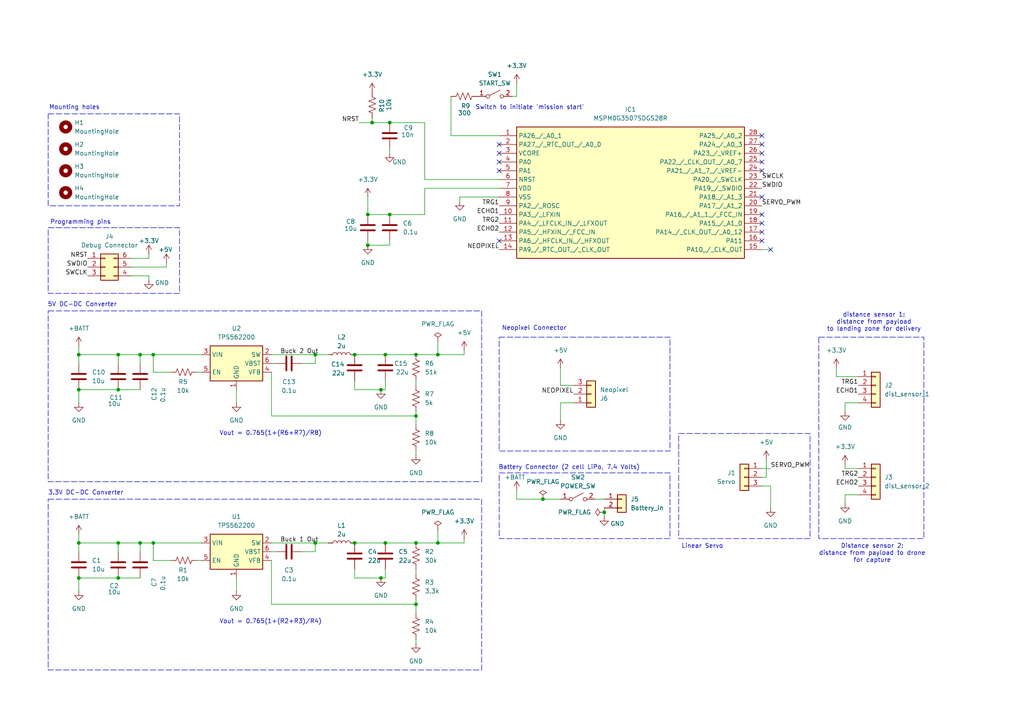
<source format=kicad_sch>
(kicad_sch (version 20231120) (generator "eeschema") (generator_version "8.0")
  (paper "A4")
  (lib_symbols
    (symbol "Connector_Generic:Conn_01x02" (pin_names (offset 1.016) hide)
      (property "Reference" "J" (at 0 2.54 0))
      (property "Value" "Conn_01x02" (at 0 -5.08 0))
      (symbol "Conn_01x02_1_1"
        (rectangle (start -1.27 -2.413) (end 0 -2.667) (stroke (width 0.1524)))
        (rectangle (start -1.27 0.127) (end 0 -0.127) (stroke (width 0.1524)))
        (rectangle (start -1.27 1.27) (end 1.27 -3.81) (stroke (width 0.254)) (fill (type background)))
        (pin passive line (at -5.08 0 0) (length 3.81) (name "Pin_1") (number "1"))
        (pin passive line (at -5.08 -2.54 0) (length 3.81) (name "Pin_2") (number "2"))
      )
    )
    (symbol "Connector_Generic:Conn_01x03" (pin_names (offset 1.016) hide)
      (property "Reference" "J" (at 0 5.08 0))
      (property "Value" "Conn_01x03" (at 0 -5.08 0))
      (symbol "Conn_01x03_1_1"
        (rectangle (start -1.27 -2.413) (end 0 -2.667) (stroke (width 0.1524)))
        (rectangle (start -1.27 0.127) (end 0 -0.127) (stroke (width 0.1524)))
        (rectangle (start -1.27 2.667) (end 0 2.413) (stroke (width 0.1524)))
        (rectangle (start -1.27 3.81) (end 1.27 -3.81) (stroke (width 0.254)) (fill (type background)))
        (pin passive line (at -5.08 2.54 0) (length 3.81) (name "Pin_1") (number "1"))
        (pin passive line (at -5.08 0 0) (length 3.81) (name "Pin_2") (number "2"))
        (pin passive line (at -5.08 -2.54 0) (length 3.81) (name "Pin_3") (number "3"))
      )
    )
    (symbol "Connector_Generic:Conn_01x04" (pin_names (offset 1.016) hide)
      (property "Reference" "J" (at 0 5.08 0))
      (property "Value" "Conn_01x04" (at 0 -7.62 0))
      (symbol "Conn_01x04_1_1"
        (rectangle (start -1.27 -4.953) (end 0 -5.207) (stroke (width 0.1524)))
        (rectangle (start -1.27 -2.413) (end 0 -2.667) (stroke (width 0.1524)))
        (rectangle (start -1.27 0.127) (end 0 -0.127) (stroke (width 0.1524)))
        (rectangle (start -1.27 2.667) (end 0 2.413) (stroke (width 0.1524)))
        (rectangle (start -1.27 3.81) (end 1.27 -6.35) (stroke (width 0.254)) (fill (type background)))
        (pin passive line (at -5.08 2.54 0) (length 3.81) (name "Pin_1") (number "1"))
        (pin passive line (at -5.08 0 0) (length 3.81) (name "Pin_2") (number "2"))
        (pin passive line (at -5.08 -2.54 0) (length 3.81) (name "Pin_3") (number "3"))
        (pin passive line (at -5.08 -5.08 0) (length 3.81) (name "Pin_4") (number "4"))
      )
    )
    (symbol "Connector_Generic:Conn_02x03_Counter_Clockwise" (pin_names (offset 1.016) hide)
      (property "Reference" "J" (at 1.27 5.08 0))
      (property "Value" "Conn_02x03_Counter_Clockwise" (at 1.27 -5.08 0))
      (symbol "Conn_02x03_Counter_Clockwise_1_1"
        (rectangle (start -1.27 -2.413) (end 0 -2.667) (stroke (width 0.1524)))
        (rectangle (start -1.27 0.127) (end 0 -0.127) (stroke (width 0.1524)))
        (rectangle (start -1.27 2.667) (end 0 2.413) (stroke (width 0.1524)))
        (rectangle (start -1.27 3.81) (end 3.81 -3.81) (stroke (width 0.254)) (fill (type background)))
        (rectangle (start 3.81 -2.413) (end 2.54 -2.667) (stroke (width 0.1524)))
        (rectangle (start 3.81 0.127) (end 2.54 -0.127) (stroke (width 0.1524)))
        (rectangle (start 3.81 2.667) (end 2.54 2.413) (stroke (width 0.1524)))
        (pin passive line (at -5.08 2.54 0) (length 3.81) (name "Pin_1") (number "1"))
        (pin passive line (at -5.08 0 0) (length 3.81) (name "Pin_2") (number "2"))
        (pin passive line (at -5.08 -2.54 0) (length 3.81) (name "Pin_3") (number "3"))
        (pin passive line (at 7.62 -2.54 180) (length 3.81) (name "Pin_4") (number "4"))
        (pin passive line (at 7.62 0 180) (length 3.81) (name "Pin_5") (number "5"))
        (pin passive line (at 7.62 2.54 180) (length 3.81) (name "Pin_6") (number "6"))
      )
    )
    (symbol "Device:C" (pin_numbers hide) (pin_names (offset 0.254))
      (property "Reference" "C" (at 0.635 2.54 0))
      (property "Value" "C" (at 0.635 -2.54 0))
      (symbol "C_0_1"
        (polyline (pts (xy -2.032 -0.762) (xy 2.032 -0.762)) (stroke (width 0.508)))
        (polyline (pts (xy -2.032 0.762) (xy 2.032 0.762)) (stroke (width 0.508)))
      )
      (symbol "C_1_1"
        (pin passive line (at 0 3.81 270) (length 2.794) (name "~") (number "1"))
        (pin passive line (at 0 -3.81 90) (length 2.794) (name "~") (number "2"))
      )
    )
    (symbol "Device:L" (pin_numbers hide) (pin_names (offset 1.016) hide)
      (property "Reference" "L" (at -1.27 0 90))
      (property "Value" "L" (at 1.905 0 90))
      (symbol "L_0_1"
        (arc (start 0 -2.54) (mid 0.6323 -1.905) (end 0 -1.27))
        (arc (start 0 -1.27) (mid 0.6323 -0.635) (end 0 0))
        (arc (start 0 0) (mid 0.6323 0.635) (end 0 1.27))
        (arc (start 0 1.27) (mid 0.6323 1.905) (end 0 2.54))
      )
      (symbol "L_1_1"
        (pin passive line (at 0 3.81 270) (length 1.27) (name "1") (number "1"))
        (pin passive line (at 0 -3.81 90) (length 1.27) (name "2") (number "2"))
      )
    )
    (symbol "Device:R_US" (pin_numbers hide) (pin_names (offset 0))
      (property "Reference" "R" (at 2.54 0 90))
      (property "Value" "R_US" (at -2.54 0 90))
      (symbol "R_US_0_1"
        (polyline (pts (xy 0 -2.286) (xy 0 -2.54)))
        (polyline (pts (xy 0 2.286) (xy 0 2.54)))
        (polyline (pts (xy 0 -0.762) (xy 1.016 -1.143) (xy 0 -1.524) (xy -1.016 -1.905) (xy 0 -2.286)))
        (polyline (pts (xy 0 0.762) (xy 1.016 0.381) (xy 0 0) (xy -1.016 -0.381) (xy 0 -0.762)))
        (polyline (pts (xy 0 2.286) (xy 1.016 1.905) (xy 0 1.524) (xy -1.016 1.143) (xy 0 0.762)))
      )
      (symbol "R_US_1_1"
        (pin passive line (at 0 3.81 270) (length 1.27) (name "~") (number "1"))
        (pin passive line (at 0 -3.81 90) (length 1.27) (name "~") (number "2"))
      )
    )
    (symbol "ELEC327-Kicad:MSPM0G3507SDGS28R"
      (property "Reference" "IC" (at 72.39 7.62 0))
      (property "Value" "MSPM0G3507SDGS28R" (at 72.39 5.08 0))
      (symbol "MSPM0G3507SDGS28R_1_1"
        (rectangle (start 5.08 2.54) (end 71.12 -35.56) (stroke (width 0.254)) (fill (type background)))
        (pin passive line (at 0 0 0) (length 5.08) (name "PA26_/_A0_1") (number "1"))
        (pin passive line (at 0 -22.86 0) (length 5.08) (name "PA3_/_LFXIN") (number "10"))
        (pin passive line (at 0 -25.4 0) (length 5.08) (name "PA4_/_LFCLK_IN_/_LFXOUT") (number "11"))
        (pin passive line (at 0 -27.94 0) (length 5.08) (name "PA5_/_HFXIN_/_FCC_IN") (number "12"))
        (pin passive line (at 0 -30.48 0) (length 5.08) (name "PA6_/_HFCLK_IN_/_HFXOUT") (number "13"))
        (pin passive line (at 0 -33.02 0) (length 5.08) (name "PA9_/_RTC_OUT_/_CLK_OUT") (number "14"))
        (pin passive line (at 76.2 -33.02 180) (length 5.08) (name "PA10_/_CLK_OUT") (number "15"))
        (pin passive line (at 76.2 -30.48 180) (length 5.08) (name "PA11") (number "16"))
        (pin passive line (at 76.2 -27.94 180) (length 5.08) (name "PA14_/_CLK_OUT_/_A0_12") (number "17"))
        (pin passive line (at 76.2 -25.4 180) (length 5.08) (name "PA15_/_A1_0") (number "18"))
        (pin passive line (at 76.2 -22.86 180) (length 5.08) (name "PA16_/_A1_1_/_FCC_IN") (number "19"))
        (pin passive line (at 0 -2.54 0) (length 5.08) (name "PA27_/_RTC_OUT_/_A0_0") (number "2"))
        (pin passive line (at 76.2 -20.32 180) (length 5.08) (name "PA17_/_A1_2") (number "20"))
        (pin passive line (at 76.2 -17.78 180) (length 5.08) (name "PA18_/_A1_3") (number "21"))
        (pin passive line (at 76.2 -15.24 180) (length 5.08) (name "PA19_/_SWDIO") (number "22"))
        (pin passive line (at 76.2 -12.7 180) (length 5.08) (name "PA20_/_SWCLK") (number "23"))
        (pin passive line (at 76.2 -10.16 180) (length 5.08) (name "PA21_/_A1_7_/_VREF-") (number "24"))
        (pin passive line (at 76.2 -7.62 180) (length 5.08) (name "PA22_/_CLK_OUT_/_A0_7") (number "25"))
        (pin passive line (at 76.2 -5.08 180) (length 5.08) (name "PA23_/_VREF+") (number "26"))
        (pin passive line (at 76.2 -2.54 180) (length 5.08) (name "PA24_/_A0_3") (number "27"))
        (pin passive line (at 76.2 0 180) (length 5.08) (name "PA25_/_A0_2") (number "28"))
        (pin passive line (at 0 -5.08 0) (length 5.08) (name "VCORE") (number "3"))
        (pin passive line (at 0 -7.62 0) (length 5.08) (name "PA0") (number "4"))
        (pin passive line (at 0 -10.16 0) (length 5.08) (name "PA1") (number "5"))
        (pin passive line (at 0 -12.7 0) (length 5.08) (name "NRST") (number "6"))
        (pin passive line (at 0 -15.24 0) (length 5.08) (name "VDD") (number "7"))
        (pin passive line (at 0 -17.78 0) (length 5.08) (name "VSS") (number "8"))
        (pin passive line (at 0 -20.32 0) (length 5.08) (name "PA2_/_ROSC") (number "9"))
      )
    )
    (symbol "Mechanical:MountingHole" (pin_names (offset 1.016)) (exclude_from_sim yes) (in_bom no)
      (property "Reference" "H" (at 0 5.08 0))
      (property "Value" "MountingHole" (at 0 3.175 0))
      (symbol "MountingHole_0_1"
        (circle (center 0 0) (radius 1.27) (stroke (width 1.27)))
      )
    )
    (symbol "Regulator_Switching:TPS562200"
      (property "Reference" "U" (at -7.62 6.35 0))
      (property "Value" "TPS562200" (at -2.54 6.35 0))
      (symbol "TPS562200_0_1"
        (rectangle (start -7.62 5.08) (end 7.62 -5.08) (stroke (width 0.254)) (fill (type background)))
      )
      (symbol "TPS562200_1_1"
        (pin power_in line (at 0 -7.62 90) (length 2.54) (name "GND") (number "1"))
        (pin output line (at 10.16 2.54 180) (length 2.54) (name "SW") (number "2"))
        (pin power_in line (at -10.16 2.54 0) (length 2.54) (name "VIN") (number "3"))
        (pin input line (at 10.16 -2.54 180) (length 2.54) (name "VFB") (number "4"))
        (pin input line (at -10.16 -2.54 0) (length 2.54) (name "EN") (number "5"))
        (pin passive line (at 10.16 0 180) (length 2.54) (name "VBST") (number "6"))
      )
    )
    (symbol "Switch:SW_SPST" (pin_names (offset 0) hide)
      (property "Reference" "SW" (at 0 3.175 0))
      (property "Value" "SW_SPST" (at 0 -2.54 0))
      (symbol "SW_SPST_0_0"
        (circle (center -2.032 0) (radius 0.508))
        (polyline (pts (xy -1.524 0.254) (xy 1.524 1.778)))
        (circle (center 2.032 0) (radius 0.508))
      )
      (symbol "SW_SPST_1_1"
        (pin passive line (at -5.08 0 0) (length 2.54) (name "A") (number "1"))
        (pin passive line (at 5.08 0 180) (length 2.54) (name "B") (number "2"))
      )
    )
    (symbol "power:+3.3V" (power) (pin_numbers hide) (pin_names (offset 0) hide)
      (property "Value" "+3.3V" (at 0 3.556 0))
      (symbol "+3.3V_0_1"
        (polyline (pts (xy -0.762 1.27) (xy 0 2.54)))
        (polyline (pts (xy 0 0) (xy 0 2.54)))
        (polyline (pts (xy 0 2.54) (xy 0.762 1.27)))
      )
      (symbol "+3.3V_1_1"
        (pin power_in line (at 0 0 90) (length 0) (name "~") (number "1"))
      )
    )
    (symbol "power:+5V" (power) (pin_numbers hide) (pin_names (offset 0) hide)
      (property "Value" "+5V" (at 0 3.556 0))
      (symbol "+5V_0_1"
        (polyline (pts (xy -0.762 1.27) (xy 0 2.54)))
        (polyline (pts (xy 0 0) (xy 0 2.54)))
        (polyline (pts (xy 0 2.54) (xy 0.762 1.27)))
      )
      (symbol "+5V_1_1"
        (pin power_in line (at 0 0 90) (length 0) (name "~") (number "1"))
      )
    )
    (symbol "power:+BATT" (power) (pin_numbers hide) (pin_names (offset 0) hide)
      (property "Value" "+BATT" (at 0 3.556 0))
      (symbol "+BATT_0_1"
        (polyline (pts (xy -0.762 1.27) (xy 0 2.54)))
        (polyline (pts (xy 0 0) (xy 0 2.54)))
        (polyline (pts (xy 0 2.54) (xy 0.762 1.27)))
      )
      (symbol "+BATT_1_1"
        (pin power_in line (at 0 0 90) (length 0) (name "~") (number "1"))
      )
    )
    (symbol "power:GND" (power) (pin_numbers hide) (pin_names (offset 0) hide)
      (property "Value" "GND" (at 0 -3.81 0))
      (symbol "GND_0_1"
        (polyline (pts (xy 0 0) (xy 0 -1.27) (xy 1.27 -1.27) (xy 0 -2.54) (xy -1.27 -1.27) (xy 0 -1.27)))
      )
      (symbol "GND_1_1"
        (pin power_in line (at 0 0 270) (length 0) (name "~") (number "1"))
      )
    )
    (symbol "power:PWR_FLAG" (power) (pin_numbers hide) (pin_names (offset 0) hide)
      (property "Value" "PWR_FLAG" (at 0 3.81 0))
      (symbol "PWR_FLAG_0_0"
        (pin power_out line (at 0 0 90) (length 0) (name "~") (number "1"))
      )
      (symbol "PWR_FLAG_0_1"
        (polyline (pts (xy 0 0) (xy 0 1.27) (xy -1.016 1.905) (xy 0 2.54) (xy 1.016 1.905) (xy 0 1.27)))
      )
    )
  )
  (junction (at 22.86 102.87))
  (junction (at 44.45 102.87))
  (junction (at 40.64 157.48))
  (junction (at 102.87 157.48))
  (junction (at 127 157.48))
  (junction (at 22.86 157.48))
  (junction (at 107.95 35.56))
  (junction (at 106.68 71.12))
  (junction (at 157.48 144.78))
  (junction (at 22.86 167.64))
  (junction (at 111.76 157.48))
  (junction (at 113.03 35.56))
  (junction (at 34.29 102.87))
  (junction (at 120.65 157.48))
  (junction (at 120.65 102.87))
  (junction (at 22.86 113.03))
  (junction (at 44.45 157.48))
  (junction (at 34.29 113.03))
  (junction (at 106.68 62.23))
  (junction (at 175.26 148.59))
  (junction (at 102.87 102.87))
  (junction (at 111.76 102.87))
  (junction (at 120.65 175.26))
  (junction (at 110.49 113.03))
  (junction (at 34.29 157.48))
  (junction (at 91.44 157.48))
  (junction (at 113.03 62.23))
  (junction (at 34.29 167.64))
  (junction (at 120.65 120.65))
  (junction (at 110.49 167.64))
  (junction (at 40.64 102.87))
  (junction (at 91.44 102.87))
  (junction (at 127 102.87))
  (no_connect (at 144.78 41.91))
  (no_connect (at 220.98 64.77))
  (no_connect (at 220.98 41.91))
  (no_connect (at 220.98 39.37))
  (no_connect (at 144.78 69.85))
  (no_connect (at 220.98 69.85))
  (no_connect (at 220.98 44.45))
  (no_connect (at 220.98 67.31))
  (no_connect (at 223.52 72.39))
  (no_connect (at 144.78 46.99))
  (no_connect (at 220.98 46.99))
  (no_connect (at 220.98 49.53))
  (no_connect (at 220.98 57.15))
  (no_connect (at 144.78 49.53))
  (no_connect (at 220.98 62.23))
  (no_connect (at 144.78 44.45))
  (wire (pts (xy 40.64 102.87) (xy 44.45 102.87)))
  (wire (pts (xy 127 99.06) (xy 127 102.87)))
  (wire (pts (xy 22.86 167.64) (xy 22.86 171.45)))
  (wire (pts (xy 162.56 106.68) (xy 162.56 111.76)))
  (wire (pts (xy 120.65 175.26) (xy 120.65 177.8)))
  (wire (pts (xy 157.48 144.78) (xy 162.56 144.78)))
  (wire (pts (xy 127 157.48) (xy 120.65 157.48)))
  (wire (pts (xy 172.72 144.78) (xy 175.26 144.78)))
  (wire (pts (xy 38.1 77.47) (xy 48.26 77.47)))
  (wire (pts (xy 22.86 100.33) (xy 22.86 102.87)))
  (wire (pts (xy 104.14 35.56) (xy 107.95 35.56)))
  (wire (pts (xy 34.29 102.87) (xy 40.64 102.87)))
  (wire (pts (xy 245.11 143.51) (xy 245.11 146.05)))
  (wire (pts (xy 133.35 57.15) (xy 133.35 58.42)))
  (wire (pts (xy 34.29 167.64) (xy 40.64 167.64)))
  (wire (pts (xy 107.95 35.56) (xy 113.03 35.56)))
  (wire (pts (xy 166.37 111.76) (xy 162.56 111.76)))
  (wire (pts (xy 111.76 102.87) (xy 120.65 102.87)))
  (wire (pts (xy 48.26 76.2) (xy 48.26 77.47)))
  (wire (pts (xy 43.18 73.66) (xy 43.18 74.93)))
  (wire (pts (xy 91.44 102.87) (xy 95.25 102.87)))
  (wire (pts (xy 34.29 105.41) (xy 34.29 102.87)))
  (wire (pts (xy 38.1 80.01) (xy 43.18 80.01)))
  (wire (pts (xy 223.52 140.97) (xy 223.52 147.32)))
  (wire (pts (xy 134.62 157.48) (xy 127 157.48)))
  (wire (pts (xy 245.11 116.84) (xy 245.11 119.38)))
  (wire (pts (xy 68.58 113.03) (xy 68.58 116.84)))
  (wire (pts (xy 57.15 107.95) (xy 58.42 107.95)))
  (wire (pts (xy 242.57 106.68) (xy 242.57 109.22)))
  (wire (pts (xy 22.86 157.48) (xy 22.86 160.02)))
  (wire (pts (xy 87.63 160.02) (xy 91.44 160.02)))
  (wire (pts (xy 91.44 157.48) (xy 95.25 157.48)))
  (wire (pts (xy 149.86 142.24) (xy 149.86 144.78)))
  (wire (pts (xy 102.87 157.48) (xy 111.76 157.48)))
  (wire (pts (xy 120.65 185.42) (xy 120.65 186.69)))
  (wire (pts (xy 34.29 167.64) (xy 22.86 167.64)))
  (wire (pts (xy 149.86 27.94) (xy 148.59 27.94)))
  (wire (pts (xy 106.68 71.12) (xy 113.03 71.12)))
  (wire (pts (xy 242.57 109.22) (xy 248.92 109.22)))
  (wire (pts (xy 91.44 102.87) (xy 91.44 105.41)))
  (wire (pts (xy 248.92 143.51) (xy 245.11 143.51)))
  (wire (pts (xy 113.03 43.18) (xy 113.03 44.45)))
  (wire (pts (xy 34.29 157.48) (xy 40.64 157.48)))
  (wire (pts (xy 220.98 140.97) (xy 223.52 140.97)))
  (wire (pts (xy 245.11 134.62) (xy 245.11 135.89)))
  (wire (pts (xy 78.74 107.95) (xy 78.74 120.65)))
  (wire (pts (xy 127 153.67) (xy 127 157.48)))
  (wire (pts (xy 248.92 116.84) (xy 245.11 116.84)))
  (wire (pts (xy 102.87 110.49) (xy 102.87 113.03)))
  (wire (pts (xy 78.74 162.56) (xy 78.74 175.26)))
  (wire (pts (xy 40.64 157.48) (xy 40.64 160.02)))
  (wire (pts (xy 175.26 147.32) (xy 175.26 148.59)))
  (wire (pts (xy 57.15 162.56) (xy 58.42 162.56)))
  (wire (pts (xy 149.86 24.13) (xy 149.86 27.94)))
  (wire (pts (xy 78.74 102.87) (xy 91.44 102.87)))
  (wire (pts (xy 102.87 113.03) (xy 110.49 113.03)))
  (wire (pts (xy 44.45 102.87) (xy 58.42 102.87)))
  (wire (pts (xy 134.62 156.21) (xy 134.62 157.48)))
  (wire (pts (xy 34.29 113.03) (xy 22.86 113.03)))
  (wire (pts (xy 111.76 157.48) (xy 120.65 157.48)))
  (wire (pts (xy 38.1 74.93) (xy 43.18 74.93)))
  (wire (pts (xy 40.64 157.48) (xy 44.45 157.48)))
  (wire (pts (xy 120.65 110.49) (xy 120.65 111.76)))
  (wire (pts (xy 102.87 167.64) (xy 110.49 167.64)))
  (wire (pts (xy 144.78 39.37) (xy 130.81 39.37)))
  (wire (pts (xy 111.76 167.64) (xy 110.49 167.64)))
  (wire (pts (xy 106.68 62.23) (xy 113.03 62.23)))
  (wire (pts (xy 102.87 165.1) (xy 102.87 167.64)))
  (wire (pts (xy 34.29 160.02) (xy 34.29 157.48)))
  (wire (pts (xy 130.81 39.37) (xy 130.81 27.94)))
  (wire (pts (xy 34.29 113.03) (xy 40.64 113.03)))
  (wire (pts (xy 245.11 135.89) (xy 248.92 135.89)))
  (wire (pts (xy 222.25 133.35) (xy 222.25 138.43)))
  (wire (pts (xy 22.86 102.87) (xy 22.86 105.41)))
  (wire (pts (xy 123.19 62.23) (xy 123.19 54.61)))
  (wire (pts (xy 78.74 175.26) (xy 120.65 175.26)))
  (wire (pts (xy 223.52 72.39) (xy 220.98 72.39)))
  (wire (pts (xy 134.62 102.87) (xy 127 102.87)))
  (wire (pts (xy 120.65 120.65) (xy 120.65 123.19)))
  (wire (pts (xy 220.98 135.89) (xy 223.52 135.89)))
  (wire (pts (xy 113.03 35.56) (xy 123.19 35.56)))
  (wire (pts (xy 78.74 160.02) (xy 80.01 160.02)))
  (wire (pts (xy 22.86 157.48) (xy 34.29 157.48)))
  (wire (pts (xy 22.86 113.03) (xy 22.86 116.84)))
  (wire (pts (xy 106.68 57.15) (xy 106.68 62.23)))
  (wire (pts (xy 22.86 102.87) (xy 34.29 102.87)))
  (wire (pts (xy 44.45 157.48) (xy 44.45 162.56)))
  (wire (pts (xy 102.87 102.87) (xy 111.76 102.87)))
  (wire (pts (xy 43.18 80.01) (xy 43.18 81.28)))
  (wire (pts (xy 120.65 173.99) (xy 120.65 175.26)))
  (wire (pts (xy 166.37 116.84) (xy 162.56 116.84)))
  (wire (pts (xy 22.86 154.94) (xy 22.86 157.48)))
  (wire (pts (xy 149.86 144.78) (xy 157.48 144.78)))
  (wire (pts (xy 87.63 105.41) (xy 91.44 105.41)))
  (wire (pts (xy 111.76 110.49) (xy 111.76 113.03)))
  (wire (pts (xy 162.56 116.84) (xy 162.56 121.92)))
  (wire (pts (xy 120.65 130.81) (xy 120.65 132.08)))
  (wire (pts (xy 78.74 105.41) (xy 80.01 105.41)))
  (wire (pts (xy 123.19 35.56) (xy 123.19 52.07)))
  (wire (pts (xy 113.03 62.23) (xy 123.19 62.23)))
  (wire (pts (xy 111.76 165.1) (xy 111.76 167.64)))
  (wire (pts (xy 123.19 54.61) (xy 144.78 54.61)))
  (wire (pts (xy 111.76 113.03) (xy 110.49 113.03)))
  (wire (pts (xy 40.64 102.87) (xy 40.64 105.41)))
  (wire (pts (xy 127 102.87) (xy 120.65 102.87)))
  (wire (pts (xy 144.78 57.15) (xy 133.35 57.15)))
  (wire (pts (xy 175.26 148.59) (xy 175.26 149.86)))
  (wire (pts (xy 120.65 165.1) (xy 120.65 166.37)))
  (wire (pts (xy 123.19 52.07) (xy 144.78 52.07)))
  (wire (pts (xy 44.45 157.48) (xy 58.42 157.48)))
  (wire (pts (xy 106.68 69.85) (xy 106.68 71.12)))
  (wire (pts (xy 49.53 162.56) (xy 44.45 162.56)))
  (wire (pts (xy 78.74 120.65) (xy 120.65 120.65)))
  (wire (pts (xy 120.65 119.38) (xy 120.65 120.65)))
  (wire (pts (xy 107.95 34.29) (xy 107.95 35.56)))
  (wire (pts (xy 91.44 157.48) (xy 91.44 160.02)))
  (wire (pts (xy 49.53 107.95) (xy 44.45 107.95)))
  (wire (pts (xy 68.58 167.64) (xy 68.58 171.45)))
  (wire (pts (xy 113.03 69.85) (xy 113.03 71.12)))
  (wire (pts (xy 134.62 101.6) (xy 134.62 102.87)))
  (wire (pts (xy 78.74 157.48) (xy 91.44 157.48)))
  (wire (pts (xy 44.45 102.87) (xy 44.45 107.95)))
  (wire (pts (xy 222.25 138.43) (xy 220.98 138.43)))
  (rectangle (start 13.97 33.02) (end 52.07 59.69) (stroke (width 0) (type dash)))
  (rectangle (start 13.97 66.04) (end 52.07 85.09) (stroke (width 0) (type dash)))
  (rectangle (start 13.97 90.17) (end 139.7 139.7) (stroke (width 0) (type dash)))
  (rectangle (start 237.49 97.79) (end 267.97 156.21) (stroke (width 0) (type dash)))
  (rectangle (start 196.85 125.73) (end 234.95 156.21) (stroke (width 0) (type dash)))
  (rectangle (start 144.78 137.16) (end 194.31 156.21) (stroke (width 0) (type dash)))
  (rectangle (start 144.78 97.79) (end 194.31 130.81) (stroke (width 0) (type dash)))
  (rectangle (start 13.97 144.78) (end 139.7 194.31) (stroke (width 0) (type dash)))
  (text "Vout = 0.765(1+(R2+R3)/R4)" (at 78.486 180.34 0) (effects (font (size 1.27 1.27))))
  (text "Linear Servo\n" (at 203.708 158.496 0) (effects (font (size 1.27 1.27))))
  (text "distance sensor 1:\ndistance from payload\nto landing zone for delivery\n" (at 253.492 93.472 0) (effects (font (size 1.27 1.27))))
  (text "Mounting holes" (at 21.59 31.242 0) (effects (font (size 1.27 1.27))))
  (text "Battery Connector (2 cell LiPo, 7.4 Volts)\n" (at 165.1 135.636 0) (effects (font (size 1.27 1.27))))
  (text "Neopixel Connector" (at 154.94 95.25 0) (effects (font (size 1.27 1.27))))
  (text "Switch to initiate 'mission start'\n" (at 153.67 31.242 0) (effects (font (size 1.27 1.27))))
  (text "Vout = 0.765(1+(R6+R7)/R8)" (at 78.486 125.73 0) (effects (font (size 1.27 1.27))))
  (text "Distance sensor 2:\ndistance from payload to drone\nfor capture\n" (at 252.984 160.528 0) (effects (font (size 1.27 1.27))))
  (text "5V DC-DC Converter\n" (at 23.876 88.392 0) (effects (font (size 1.27 1.27))))
  (text "Programming pins\n\n" (at 23.368 65.532 0) (effects (font (size 1.27 1.27))))
  (text "3.3V DC-DC Converter\n" (at 24.892 143.002 0) (effects (font (size 1.27 1.27))))
  (label "NRST" (at 104.14 35.56 180))
  (label "TRG2" (at 248.92 138.43 180))
  (label "NEOPIXEL" (at 166.37 114.3 180))
  (label "SWDIO" (at 220.98 54.61 0))
  (label "TRG1" (at 144.78 59.69 180))
  (label "SWCLK" (at 220.98 52.07 0))
  (label "SWCLK" (at 25.4 80.01 180))
  (label "TRG1" (at 248.92 111.76 180))
  (label "NRST" (at 25.4 74.93 180))
  (label "ECHO2" (at 144.78 67.31 180))
  (label "SWDIO" (at 25.4 77.47 180))
  (label "TRG2" (at 144.78 64.77 180))
  (label "ECHO2" (at 248.92 140.97 180))
  (label "NEOPIXEL" (at 144.78 72.39 180))
  (label "Buck 1 Out" (at 81.28 157.48 0))
  (label "SERVO_PWM" (at 223.52 135.89 0))
  (label "ECHO1" (at 144.78 62.23 180))
  (label "Buck 2 Out" (at 81.28 102.87 0))
  (label "ECHO1" (at 248.92 114.3 180))
  (label "SERVO_PWM" (at 220.98 59.69 0))
  (symbol (lib_id "Device:C") (at 22.86 109.22 0) (unit 1)
    (property "Reference" "C10" (at 26.67 107.9499 0) (effects (justify left)))
    (property "Value" "10u" (at 26.67 110.4899 0) (effects (justify left)))
    (property "Footprint" "Capacitor_SMD:C_0805_2012Metric" (effects (hide yes)))
    (property "Description" "Unpolarized capacitor" (effects (hide yes)))
    (property "LCSC" "C1691" (effects (hide yes)))
  )
  (symbol (lib_id "power:+5V") (at 162.56 106.68 0) (unit 1)
    (property "Reference" "#PWR030" (effects (hide yes)))
    (property "Value" "+5V" (at 162.56 101.6 0))
    (property "Description" "Power symbol creates a global label with name \"+5V\"" (effects (hide yes)))
  )
  (symbol (lib_id "Device:C") (at 113.03 66.04 0) (unit 1)
    (property "Reference" "C6" (at 116.84 64.7699 0) (effects (justify left)))
    (property "Value" "0.1u" (at 116.84 67.3099 0) (effects (justify left)))
    (property "Footprint" "Capacitor_SMD:C_0805_2012Metric" (effects (hide yes)))
    (property "Description" "Unpolarized capacitor" (effects (hide yes)))
    (property "LCSC" "C1525" (effects (hide yes)))
  )
  (symbol (lib_id "Device:C") (at 113.03 39.37 0) (unit 1)
    (property "Reference" "C9" (at 117.094 37.084 0) (effects (justify left)))
    (property "Value" "10n" (at 116.332 39.116 0) (effects (justify left)))
    (property "Footprint" "Capacitor_SMD:C_0805_2012Metric" (effects (hide yes)))
    (property "Description" "Unpolarized capacitor" (effects (hide yes)))
    (property "LCSC" "C1525" (effects (hide yes)))
  )
  (symbol (lib_id "power:GND") (at 175.26 149.86 0) (mirror y) (unit 1)
    (property "Reference" "#PWR022" (effects (hide yes)))
    (property "Value" "GND" (at 179.07 151.892 0))
    (property "Description" "Power symbol creates a global label with name \"GND\" , ground" (effects (hide yes)))
  )
  (symbol (lib_id "power:GND") (at 162.56 121.92 0) (unit 1)
    (property "Reference" "#PWR031" (effects (hide yes)))
    (property "Value" "GND" (at 162.56 127 0))
    (property "Description" "Power symbol creates a global label with name \"GND\" , ground" (effects (hide yes)))
  )
  (symbol (lib_id "Device:C") (at 83.82 160.02 90) (unit 1)
    (property "Reference" "C3" (at 83.82 165.354 90))
    (property "Value" "0.1u" (at 83.82 167.894 90))
    (property "Footprint" "Capacitor_SMD:C_0805_2012Metric" (effects (hide yes)))
    (property "Description" "Unpolarized capacitor" (effects (hide yes)))
    (property "LCSC" "C1525" (effects (hide yes)))
  )
  (symbol (lib_id "Device:R_US") (at 120.65 170.18 0) (unit 1)
    (property "Reference" "R3" (at 123.19 168.9099 0) (effects (justify left)))
    (property "Value" "3.3k" (at 123.19 171.4499 0) (effects (justify left)))
    (property "Footprint" "Resistor_SMD:R_0805_2012Metric" (effects (hide yes)))
    (property "Description" "Resistor, US symbol" (effects (hide yes)))
  )
  (symbol (lib_id "ELEC327-Kicad:MSPM0G3507SDGS28R") (at 144.78 39.37 0) (unit 1)
    (property "Reference" "IC1" (at 182.88 31.75 0))
    (property "Value" "MSPM0G3507SDGS28R" (at 182.88 34.29 0))
    (property "Footprint" "ELEC327-Library:VSSOP28_DGS_TEX" (effects (hide yes)))
    (property "Description" "ARM Microcontrollers - MCU 80MHz Arm M0+ MCU, 128KB Flash, 32KB SRAM, 2 12bit 4Msps ADC, DAC, 3 COMP, 3 op-amp, CAN-FD, MATHACL" (effects (hide yes)))
    (property "Height" "1.1" (effects (hide yes)))
    (property "Mouser Part Number" "595-MSPM0G3107SDG28R" (effects (hide yes)))
    (property "Mouser Price/Stock" "https://www.mouser.co.uk/ProductDetail/Texas-Instruments/MSPM0G3107SDGS28R?qs=IKkN%2F947nfBrWw9Syp8p1g%3D%3D" (effects (hide yes)))
    (property "Manufacturer_Name" "Texas Instruments" (effects (hide yes)))
    (property "Manufacturer_Part_Number" "MSPM0G3107SDGS28R" (effects (hide yes)))
  )
  (symbol (lib_id "Device:R_US") (at 53.34 162.56 90) (unit 1)
    (property "Reference" "R1" (at 53.086 165.354 90))
    (property "Value" "10k" (at 53.086 167.894 90))
    (property "Footprint" "Resistor_SMD:R_0805_2012Metric" (effects (hide yes)))
    (property "Description" "Resistor, US symbol" (effects (hide yes)))
  )
  (symbol (lib_id "Regulator_Switching:TPS562200") (at 68.58 160.02 0) (unit 1)
    (property "Reference" "U1" (at 68.58 149.86 0))
    (property "Value" "TPS562200" (at 68.58 152.4 0))
    (property "Footprint" "Package_TO_SOT_SMD:SOT-23-6" (effects (hide yes)))
    (property "Datasheet" "http://www.ti.com/lit/ds/symlink/tps563200.pdf" (effects (hide yes)))
    (property "Description" "2A Synchronous Step-Down Voltage Regulator, Adjustable Output Voltage, 4.5-17V Input Voltage, SOT-23-6" (effects (hide yes)))
  )
  (symbol (lib_id "power:GND") (at 43.18 81.28 0) (unit 1)
    (property "Reference" "#PWR029" (effects (hide yes)))
    (property "Value" "GND" (at 46.99 82.042 0))
    (property "Description" "Power symbol creates a global label with name \"GND\" , ground" (effects (hide yes)))
  )
  (symbol (lib_id "Regulator_Switching:TPS562200") (at 68.58 105.41 0) (unit 1)
    (property "Reference" "U2" (at 68.58 95.25 0))
    (property "Value" "TPS562200" (at 68.58 97.79 0))
    (property "Footprint" "Package_TO_SOT_SMD:SOT-23-6" (effects (hide yes)))
    (property "Datasheet" "http://www.ti.com/lit/ds/symlink/tps563200.pdf" (effects (hide yes)))
    (property "Description" "2A Synchronous Step-Down Voltage Regulator, Adjustable Output Voltage, 4.5-17V Input Voltage, SOT-23-6" (effects (hide yes)))
  )
  (symbol (lib_id "Connector_Generic:Conn_01x03") (at 171.45 114.3 0) (mirror x) (unit 1)
    (property "Reference" "J6" (at 173.99 115.5701 0) (effects (justify left)))
    (property "Value" "Neopixel" (at 173.99 113.0301 0) (effects (justify left)))
    (property "Footprint" "Connector_PinHeader_2.54mm:PinHeader_1x03_P2.54mm_Vertical" (effects (hide yes)))
    (property "Description" "Generic connector, single row, 01x03, script generated (kicad-library-utils/schlib/autogen/connector/)" (effects (hide yes)))
  )
  (symbol (lib_id "Connector_Generic:Conn_01x04") (at 254 111.76 0) (unit 1)
    (property "Reference" "J2" (at 256.54 111.7599 0) (effects (justify left)))
    (property "Value" "dist_sensor_1" (at 256.54 114.2999 0) (effects (justify left)))
    (property "Footprint" "Connector_PinHeader_2.54mm:PinHeader_1x04_P2.54mm_Vertical" (effects (hide yes)))
    (property "Description" "Generic connector, single row, 01x04, script generated (kicad-library-utils/schlib/autogen/connector/)" (effects (hide yes)))
  )
  (symbol (lib_id "Switch:SW_SPST") (at 143.51 27.94 0) (unit 1)
    (property "Reference" "SW1" (at 143.51 21.59 0))
    (property "Value" "START_SW" (at 143.51 24.13 0))
    (property "Footprint" "Connector_PinHeader_2.54mm:PinHeader_1x02_P2.54mm_Vertical" (effects (hide yes)))
    (property "Description" "Single Pole Single Throw (SPST) switch" (effects (hide yes)))
  )
  (symbol (lib_id "Device:R_US") (at 120.65 115.57 0) (unit 1)
    (property "Reference" "R7" (at 123.19 114.2999 0) (effects (justify left)))
    (property "Value" "5k" (at 123.19 116.8399 0) (effects (justify left)))
    (property "Footprint" "Resistor_SMD:R_0805_2012Metric" (effects (hide yes)))
    (property "Description" "Resistor, US symbol" (effects (hide yes)))
  )
  (symbol (lib_id "power:PWR_FLAG") (at 127 153.67 0) (unit 1)
    (property "Reference" "#FLG01" (effects (hide yes)))
    (property "Value" "PWR_FLAG" (at 127 148.59 0))
    (property "Description" "Special symbol for telling ERC where power comes from" (effects (hide yes)))
  )
  (symbol (lib_id "Device:C") (at 40.64 163.83 180) (unit 1)
    (property "Reference" "C7" (at 44.704 168.91 90))
    (property "Value" "0.1u" (at 47.244 169.164 90))
    (property "Footprint" "Capacitor_SMD:C_0805_2012Metric" (effects (hide yes)))
    (property "Description" "Unpolarized capacitor" (effects (hide yes)))
    (property "LCSC" "C1525" (effects (hide yes)))
  )
  (symbol (lib_id "power:+3.3V") (at 43.18 73.66 0) (unit 1)
    (property "Reference" "#PWR027" (effects (hide yes)))
    (property "Value" "+3.3V" (at 43.18 69.85 0))
    (property "Description" "Power symbol creates a global label with name \"+3.3V\"" (effects (hide yes)))
  )
  (symbol (lib_id "Connector_Generic:Conn_01x03") (at 215.9 138.43 0) (mirror y) (unit 1)
    (property "Reference" "J1" (at 213.36 137.1599 0) (effects (justify left)))
    (property "Value" "Servo" (at 213.36 139.6999 0) (effects (justify left)))
    (property "Footprint" "Connector_PinHeader_2.54mm:PinHeader_1x03_P2.54mm_Vertical" (effects (hide yes)))
    (property "Description" "Generic connector, single row, 01x03, script generated (kicad-library-utils/schlib/autogen/connector/)" (effects (hide yes)))
  )
  (symbol (lib_id "Connector_Generic:Conn_01x04") (at 254 138.43 0) (unit 1)
    (property "Reference" "J3" (at 256.54 138.4299 0) (effects (justify left)))
    (property "Value" "dist_sensor_2" (at 256.54 140.9699 0) (effects (justify left)))
    (property "Footprint" "Connector_PinHeader_2.54mm:PinHeader_1x04_P2.54mm_Vertical" (effects (hide yes)))
    (property "Description" "Generic connector, single row, 01x04, script generated (kicad-library-utils/schlib/autogen/connector/)" (effects (hide yes)))
  )
  (symbol (lib_id "power:GND") (at 113.03 44.45 0) (unit 1)
    (property "Reference" "#PWR024" (effects (hide yes)))
    (property "Value" "GND" (at 115.824 46.99 0))
    (property "Description" "Power symbol creates a global label with name \"GND\" , ground" (effects (hide yes)))
  )
  (symbol (lib_id "power:GND") (at 68.58 116.84 0) (unit 1)
    (property "Reference" "#PWR018" (effects (hide yes)))
    (property "Value" "GND" (at 68.58 121.92 0))
    (property "Description" "Power symbol creates a global label with name \"GND\" , ground" (effects (hide yes)))
  )
  (symbol (lib_id "power:GND") (at 110.49 113.03 0) (unit 1)
    (property "Reference" "#PWR019" (effects (hide yes)))
    (property "Value" "GND" (at 110.49 118.11 0))
    (property "Description" "Power symbol creates a global label with name \"GND\" , ground" (effects (hide yes)))
  )
  (symbol (lib_id "power:+3.3V") (at 106.68 57.15 0) (unit 1)
    (property "Reference" "#PWR08" (effects (hide yes)))
    (property "Value" "+3.3V" (at 106.68 52.07 0))
    (property "Description" "Power symbol creates a global label with name \"+3.3V\"" (effects (hide yes)))
  )
  (symbol (lib_id "power:GND") (at 245.11 119.38 0) (unit 1)
    (property "Reference" "#PWR017" (effects (hide yes)))
    (property "Value" "GND" (at 245.11 123.952 0))
    (property "Description" "Power symbol creates a global label with name \"GND\" , ground" (effects (hide yes)))
  )
  (symbol (lib_id "power:GND") (at 22.86 116.84 0) (unit 1)
    (property "Reference" "#PWR013" (effects (hide yes)))
    (property "Value" "GND" (at 22.86 121.92 0))
    (property "Description" "Power symbol creates a global label with name \"GND\" , ground" (effects (hide yes)))
  )
  (symbol (lib_id "power:+5V") (at 134.62 101.6 0) (unit 1)
    (property "Reference" "#PWR026" (effects (hide yes)))
    (property "Value" "+5V" (at 134.62 96.52 0))
    (property "Description" "Power symbol creates a global label with name \"+5V\"" (effects (hide yes)))
  )
  (symbol (lib_id "Device:C") (at 83.82 105.41 90) (unit 1)
    (property "Reference" "C13" (at 83.82 110.744 90))
    (property "Value" "0.1u" (at 83.82 113.284 90))
    (property "Footprint" "Capacitor_SMD:C_0805_2012Metric" (effects (hide yes)))
    (property "Description" "Unpolarized capacitor" (effects (hide yes)))
    (property "LCSC" "C1525" (effects (hide yes)))
  )
  (symbol (lib_id "power:+3.3V") (at 245.11 134.62 0) (unit 1)
    (property "Reference" "#PWR015" (effects (hide yes)))
    (property "Value" "+3.3V" (at 245.11 129.54 0))
    (property "Description" "Power symbol creates a global label with name \"+3.3V\"" (effects (hide yes)))
  )
  (symbol (lib_id "Device:C") (at 34.29 109.22 0) (unit 1)
    (property "Reference" "C11" (at 31.75 115.316 0) (effects (justify left)))
    (property "Value" "10u" (at 31.242 117.094 0) (effects (justify left)))
    (property "Footprint" "Capacitor_SMD:C_0805_2012Metric" (effects (hide yes)))
    (property "Description" "Unpolarized capacitor" (effects (hide yes)))
    (property "LCSC" "C1691" (effects (hide yes)))
  )
  (symbol (lib_id "Mechanical:MountingHole") (at 19.05 55.88 0) (unit 1) (exclude_from_sim yes) (in_bom no)
    (property "Reference" "H4" (at 21.59 54.6099 0) (effects (justify left)))
    (property "Value" "MountingHole" (at 21.59 57.1499 0) (effects (justify left)))
    (property "Footprint" "MountingHole:MountingHole_2.2mm_M2" (effects (hide yes)))
    (property "Description" "Mounting Hole without connection" (effects (hide yes)))
  )
  (symbol (lib_id "Device:R_US") (at 120.65 161.29 0) (unit 1)
    (property "Reference" "R2" (at 123.19 160.0199 0) (effects (justify left)))
    (property "Value" "30k" (at 123.19 162.5599 0) (effects (justify left)))
    (property "Footprint" "Resistor_SMD:R_0805_2012Metric" (effects (hide yes)))
    (property "Description" "Resistor, US symbol" (effects (hide yes)))
  )
  (symbol (lib_id "Device:C") (at 111.76 161.29 180) (unit 1)
    (property "Reference" "C5" (at 115.57 160.0199 0) (effects (justify right)))
    (property "Value" "22u" (at 115.57 162.5599 0) (effects (justify right)))
    (property "Footprint" "Capacitor_SMD:C_0805_2012Metric" (effects (hide yes)))
    (property "Description" "Unpolarized capacitor" (effects (hide yes)))
    (property "LCSC" "C12891" (effects (hide yes)))
  )
  (symbol (lib_id "power:+5V") (at 48.26 76.2 0) (unit 1)
    (property "Reference" "#PWR028" (effects (hide yes)))
    (property "Value" "+5V" (at 48.006 72.39 0))
    (property "Description" "Power symbol creates a global label with name \"+5V\"" (effects (hide yes)))
  )
  (symbol (lib_id "power:+BATT") (at 22.86 154.94 0) (unit 1)
    (property "Reference" "#PWR03" (effects (hide yes)))
    (property "Value" "+BATT" (at 22.86 149.86 0))
    (property "Description" "Power symbol creates a global label with name \"+BATT\"" (effects (hide yes)))
  )
  (symbol (lib_id "Mechanical:MountingHole") (at 19.05 43.18 0) (unit 1) (exclude_from_sim yes) (in_bom no)
    (property "Reference" "H2" (at 21.59 41.9099 0) (effects (justify left)))
    (property "Value" "MountingHole" (at 21.59 44.4499 0) (effects (justify left)))
    (property "Footprint" "MountingHole:MountingHole_2.2mm_M2" (effects (hide yes)))
    (property "Description" "Mounting Hole without connection" (effects (hide yes)))
  )
  (symbol (lib_id "power:GND") (at 120.65 132.08 0) (unit 1)
    (property "Reference" "#PWR025" (effects (hide yes)))
    (property "Value" "GND" (at 120.65 137.16 0))
    (property "Description" "Power symbol creates a global label with name \"GND\" , ground" (effects (hide yes)))
  )
  (symbol (lib_id "Device:C") (at 106.68 66.04 0) (unit 1)
    (property "Reference" "C8" (at 100.33 64.262 0) (effects (justify left)))
    (property "Value" "10u" (at 99.822 66.294 0) (effects (justify left)))
    (property "Footprint" "Capacitor_SMD:C_0805_2012Metric" (effects (hide yes)))
    (property "Description" "Unpolarized capacitor" (effects (hide yes)))
    (property "LCSC" "C1525" (effects (hide yes)))
  )
  (symbol (lib_id "Device:R_US") (at 120.65 181.61 0) (unit 1)
    (property "Reference" "R4" (at 123.19 180.3399 0) (effects (justify left)))
    (property "Value" "10k" (at 123.19 182.8799 0) (effects (justify left)))
    (property "Footprint" "Resistor_SMD:R_0805_2012Metric" (effects (hide yes)))
    (property "Description" "Resistor, US symbol" (effects (hide yes)))
  )
  (symbol (lib_id "Device:R_US") (at 120.65 106.68 0) (unit 1)
    (property "Reference" "R6" (at 123.19 105.4099 0) (effects (justify left)))
    (property "Value" "51k" (at 123.19 107.9499 0) (effects (justify left)))
    (property "Footprint" "Resistor_SMD:R_0805_2012Metric" (effects (hide yes)))
    (property "Description" "Resistor, US symbol" (effects (hide yes)))
  )
  (symbol (lib_id "Connector_Generic:Conn_01x02") (at 180.34 144.78 0) (unit 1)
    (property "Reference" "J5" (at 182.88 144.7799 0) (effects (justify left)))
    (property "Value" "Battery_in" (at 182.88 147.3199 0) (effects (justify left)))
    (property "Footprint" "Connector_AMASS:AMASS_XT30U-M_1x02_P5.0mm_Vertical" (effects (hide yes)))
    (property "Description" "Generic connector, single row, 01x02, script generated (kicad-library-utils/schlib/autogen/connector/)" (effects (hide yes)))
  )
  (symbol (lib_id "Switch:SW_SPST") (at 167.64 144.78 0) (unit 1)
    (property "Reference" "SW2" (at 167.64 138.43 0))
    (property "Value" "POWER_SW" (at 167.64 140.97 0))
    (property "Footprint" "Connector_PinHeader_2.54mm:PinHeader_1x02_P2.54mm_Vertical" (effects (hide yes)))
    (property "Description" "Single Pole Single Throw (SPST) switch" (effects (hide yes)))
  )
  (symbol (lib_id "Device:C") (at 40.64 109.22 180) (unit 1)
    (property "Reference" "C12" (at 44.704 114.3 90))
    (property "Value" "0.1u" (at 47.244 114.554 90))
    (property "Footprint" "Capacitor_SMD:C_0805_2012Metric" (effects (hide yes)))
    (property "Description" "Unpolarized capacitor" (effects (hide yes)))
    (property "LCSC" "C1525" (effects (hide yes)))
  )
  (symbol (lib_id "power:GND") (at 110.49 167.64 0) (unit 1)
    (property "Reference" "#PWR06" (effects (hide yes)))
    (property "Value" "GND" (at 110.49 172.72 0))
    (property "Description" "Power symbol creates a global label with name \"GND\" , ground" (effects (hide yes)))
  )
  (symbol (lib_id "power:GND") (at 120.65 186.69 0) (unit 1)
    (property "Reference" "#PWR07" (effects (hide yes)))
    (property "Value" "GND" (at 120.65 191.77 0))
    (property "Description" "Power symbol creates a global label with name \"GND\" , ground" (effects (hide yes)))
  )
  (symbol (lib_id "Mechanical:MountingHole") (at 19.05 49.53 0) (unit 1) (exclude_from_sim yes) (in_bom no)
    (property "Reference" "H3" (at 21.59 48.2599 0) (effects (justify left)))
    (property "Value" "MountingHole" (at 21.59 50.7999 0) (effects (justify left)))
    (property "Footprint" "MountingHole:MountingHole_2.2mm_M2" (effects (hide yes)))
    (property "Description" "Mounting Hole without connection" (effects (hide yes)))
  )
  (symbol (lib_id "power:+3.3V") (at 149.86 24.13 0) (unit 1)
    (property "Reference" "#PWR020" (effects (hide yes)))
    (property "Value" "+3.3V" (at 149.86 19.05 0))
    (property "Description" "Power symbol creates a global label with name \"+3.3V\"" (effects (hide yes)))
  )
  (symbol (lib_id "Device:L") (at 99.06 102.87 90) (unit 1)
    (property "Reference" "L2" (at 99.06 97.79 90))
    (property "Value" "2u" (at 99.06 100.33 90))
    (property "Footprint" "Inductor_SMD:L_Sunlord_SWPA8040S" (effects (hide yes)))
    (property "Description" "Inductor" (effects (hide yes)))
  )
  (symbol (lib_id "power:+5V") (at 222.25 133.35 0) (unit 1)
    (property "Reference" "#PWR011" (effects (hide yes)))
    (property "Value" "+5V" (at 222.25 128.27 0))
    (property "Description" "Power symbol creates a global label with name \"+5V\"" (effects (hide yes)))
  )
  (symbol (lib_id "power:+BATT") (at 149.86 142.24 0) (unit 1)
    (property "Reference" "#PWR021" (effects (hide yes)))
    (property "Value" "+BATT" (at 149.352 138.43 0))
    (property "Description" "Power symbol creates a global label with name \"+BATT\"" (effects (hide yes)))
  )
  (symbol (lib_id "Device:R_US") (at 134.62 27.94 90) (unit 1)
    (property "Reference" "R9" (at 136.398 30.734 90) (effects (justify left)))
    (property "Value" "300" (at 136.652 32.766 90) (effects (justify left)))
    (property "Footprint" "Resistor_SMD:R_0805_2012Metric" (effects (hide yes)))
    (property "Description" "Resistor, US symbol" (effects (hide yes)))
  )
  (symbol (lib_id "Device:L") (at 99.06 157.48 90) (unit 1)
    (property "Reference" "L1" (at 99.06 152.4 90))
    (property "Value" "2u" (at 99.06 154.94 90))
    (property "Footprint" "Inductor_SMD:L_Sunlord_SWPA8040S" (effects (hide yes)))
    (property "Description" "Inductor" (effects (hide yes)))
  )
  (symbol (lib_id "power:GND") (at 106.68 71.12 0) (unit 1)
    (property "Reference" "#PWR09" (effects (hide yes)))
    (property "Value" "GND" (at 106.68 76.2 0))
    (property "Description" "Power symbol creates a global label with name \"GND\" , ground" (effects (hide yes)))
  )
  (symbol (lib_id "power:GND") (at 245.11 146.05 0) (unit 1)
    (property "Reference" "#PWR016" (effects (hide yes)))
    (property "Value" "GND" (at 245.11 151.13 0))
    (property "Description" "Power symbol creates a global label with name \"GND\" , ground" (effects (hide yes)))
  )
  (symbol (lib_id "Device:R_US") (at 53.34 107.95 90) (unit 1)
    (property "Reference" "R5" (at 53.086 110.744 90))
    (property "Value" "10k" (at 53.086 113.284 90))
    (property "Footprint" "Resistor_SMD:R_0805_2012Metric" (effects (hide yes)))
    (property "Description" "Resistor, US symbol" (effects (hide yes)))
  )
  (symbol (lib_id "power:PWR_FLAG") (at 175.26 148.59 90) (unit 1)
    (property "Reference" "#FLG03" (effects (hide yes)))
    (property "Value" "PWR_FLAG" (at 171.45 148.5899 90) (effects (justify left)))
    (property "Description" "Special symbol for telling ERC where power comes from" (effects (hide yes)))
  )
  (symbol (lib_id "power:+3.3V") (at 107.95 26.67 0) (unit 1)
    (property "Reference" "#PWR023" (effects (hide yes)))
    (property "Value" "+3.3V" (at 107.95 21.59 0))
    (property "Description" "Power symbol creates a global label with name \"+3.3V\"" (effects (hide yes)))
  )
  (symbol (lib_id "Device:C") (at 111.76 106.68 180) (unit 1)
    (property "Reference" "C15" (at 114.3 105.41 0) (effects (justify right)))
    (property "Value" "22u" (at 114.808 107.95 0) (effects (justify right)))
    (property "Footprint" "Capacitor_SMD:C_0805_2012Metric" (effects (hide yes)))
    (property "Description" "Unpolarized capacitor" (effects (hide yes)))
    (property "LCSC" "C12891" (effects (hide yes)))
  )
  (symbol (lib_id "power:GND") (at 68.58 171.45 0) (unit 1)
    (property "Reference" "#PWR05" (effects (hide yes)))
    (property "Value" "GND" (at 68.58 176.53 0))
    (property "Description" "Power symbol creates a global label with name \"GND\" , ground" (effects (hide yes)))
  )
  (symbol (lib_id "Device:C") (at 102.87 106.68 180) (unit 1)
    (property "Reference" "C14" (at 96.012 105.664 0) (effects (justify right)))
    (property "Value" "22u" (at 96.266 108.204 0) (effects (justify right)))
    (property "Footprint" "Capacitor_SMD:C_0805_2012Metric" (effects (hide yes)))
    (property "Description" "Unpolarized capacitor" (effects (hide yes)))
    (property "LCSC" "C12891" (effects (hide yes)))
  )
  (symbol (lib_id "power:GND") (at 133.35 58.42 0) (unit 1)
    (property "Reference" "#PWR01" (effects (hide yes)))
    (property "Value" "GND" (at 133.35 63.5 0))
    (property "Description" "Power symbol creates a global label with name \"GND\" , ground" (effects (hide yes)))
  )
  (symbol (lib_id "Device:R_US") (at 120.65 127 0) (unit 1)
    (property "Reference" "R8" (at 123.19 125.7299 0) (effects (justify left)))
    (property "Value" "10k" (at 123.19 128.2699 0) (effects (justify left)))
    (property "Footprint" "Resistor_SMD:R_0805_2012Metric" (effects (hide yes)))
    (property "Description" "Resistor, US symbol" (effects (hide yes)))
  )
  (symbol (lib_id "power:GND") (at 22.86 171.45 0) (unit 1)
    (property "Reference" "#PWR04" (effects (hide yes)))
    (property "Value" "GND" (at 22.86 176.53 0))
    (property "Description" "Power symbol creates a global label with name \"GND\" , ground" (effects (hide yes)))
  )
  (symbol (lib_id "Device:R_US") (at 107.95 30.48 180) (unit 1)
    (property "Reference" "R10" (at 110.744 28.702 90) (effects (justify left)))
    (property "Value" "10k" (at 112.776 28.448 90) (effects (justify left)))
    (property "Footprint" "Resistor_SMD:R_0805_2012Metric" (effects (hide yes)))
    (property "Description" "Resistor, US symbol" (effects (hide yes)))
  )
  (symbol (lib_id "Device:C") (at 102.87 161.29 180) (unit 1)
    (property "Reference" "C4" (at 106.68 160.0199 0) (effects (justify right)))
    (property "Value" "22u" (at 106.68 162.5599 0) (effects (justify right)))
    (property "Footprint" "Capacitor_SMD:C_0805_2012Metric" (effects (hide yes)))
    (property "Description" "Unpolarized capacitor" (effects (hide yes)))
    (property "LCSC" "C12891" (effects (hide yes)))
  )
  (symbol (lib_id "power:+BATT") (at 22.86 100.33 0) (unit 1)
    (property "Reference" "#PWR012" (effects (hide yes)))
    (property "Value" "+BATT" (at 22.86 95.25 0))
    (property "Description" "Power symbol creates a global label with name \"+BATT\"" (effects (hide yes)))
  )
  (symbol (lib_id "power:+3.3V") (at 134.62 156.21 0) (unit 1)
    (property "Reference" "#PWR02" (effects (hide yes)))
    (property "Value" "+3.3V" (at 134.62 151.13 0))
    (property "Description" "Power symbol creates a global label with name \"+3.3V\"" (effects (hide yes)))
  )
  (symbol (lib_id "power:PWR_FLAG") (at 127 99.06 0) (unit 1)
    (property "Reference" "#FLG04" (effects (hide yes)))
    (property "Value" "PWR_FLAG" (at 127 93.98 0))
    (property "Description" "Special symbol for telling ERC where power comes from" (effects (hide yes)))
  )
  (symbol (lib_id "power:PWR_FLAG") (at 157.48 144.78 0) (unit 1)
    (property "Reference" "#FLG02" (effects (hide yes)))
    (property "Value" "PWR_FLAG" (at 157.48 139.7 0))
    (property "Description" "Special symbol for telling ERC where power comes from" (effects (hide yes)))
  )
  (symbol (lib_id "Device:C") (at 34.29 163.83 0) (unit 1)
    (property "Reference" "C2" (at 31.75 169.926 0) (effects (justify left)))
    (property "Value" "10u" (at 31.242 171.704 0) (effects (justify left)))
    (property "Footprint" "Capacitor_SMD:C_0805_2012Metric" (effects (hide yes)))
    (property "Description" "Unpolarized capacitor" (effects (hide yes)))
    (property "LCSC" "C1691" (effects (hide yes)))
  )
  (symbol (lib_id "Connector_Generic:Conn_02x03_Counter_Clockwise") (at 30.48 77.47 0) (unit 1)
    (property "Reference" "J4" (at 31.75 68.58 0))
    (property "Value" "Debug Connector" (at 31.75 71.12 0))
    (property "Footprint" "Connector_PinHeader_2.54mm:PinHeader_2x03_P2.54mm_Vertical" (effects (hide yes)))
    (property "Description" "Generic connector, double row, 02x03, counter clockwise pin numbering scheme (similar to DIP package numbering), script generated (kicad-library-utils/schlib/autogen/connector/)" (effects (hide yes)))
  )
  (symbol (lib_id "power:GND") (at 223.52 147.32 0) (unit 1)
    (property "Reference" "#PWR010" (effects (hide yes)))
    (property "Value" "GND" (at 223.52 152.4 0))
    (property "Description" "Power symbol creates a global label with name \"GND\" , ground" (effects (hide yes)))
  )
  (symbol (lib_id "Device:C") (at 22.86 163.83 0) (unit 1)
    (property "Reference" "C1" (at 26.67 162.5599 0) (effects (justify left)))
    (property "Value" "10u" (at 26.67 165.0999 0) (effects (justify left)))
    (property "Footprint" "Capacitor_SMD:C_0805_2012Metric" (effects (hide yes)))
    (property "Description" "Unpolarized capacitor" (effects (hide yes)))
    (property "LCSC" "C1691" (effects (hide yes)))
  )
  (symbol (lib_id "power:+3.3V") (at 242.57 106.68 0) (unit 1)
    (property "Reference" "#PWR014" (effects (hide yes)))
    (property "Value" "+3.3V" (at 242.57 101.6 0))
    (property "Description" "Power symbol creates a global label with name \"+3.3V\"" (effects (hide yes)))
  )
  (symbol (lib_id "Mechanical:MountingHole") (at 19.05 36.83 0) (unit 1) (exclude_from_sim yes) (in_bom no)
    (property "Reference" "H1" (at 21.59 35.5599 0) (effects (justify left)))
    (property "Value" "MountingHole" (at 21.59 38.0999 0) (effects (justify left)))
    (property "Footprint" "MountingHole:MountingHole_2.2mm_M2" (effects (hide yes)))
    (property "Description" "Mounting Hole without connection" (effects (hide yes)))
  )
)
</source>
